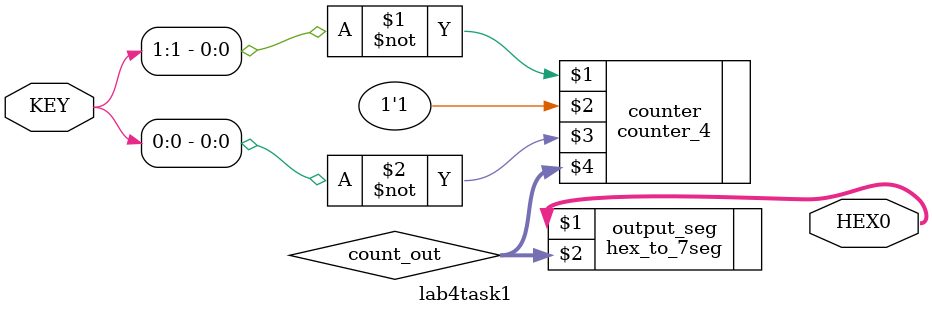
<source format=v>
module lab4task1(KEY,HEX0);
input  [1:0] KEY;
output [6:0] HEX0;

wire [3:0] count_out; 

counter_4 counter(~KEY[1], 1'b1, ~KEY[0], count_out);
hex_to_7seg output_seg(HEX0, count_out);

endmodule 
</source>
